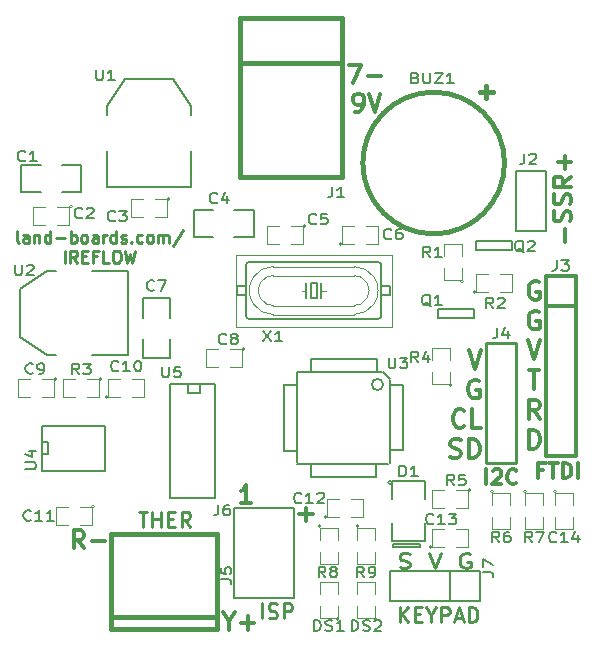
<source format=gto>
G04 (created by PCBNEW (2013-07-07 BZR 4022)-stable) date 12/31/2014 11:50:09 PM*
%MOIN*%
G04 Gerber Fmt 3.4, Leading zero omitted, Abs format*
%FSLAX34Y34*%
G01*
G70*
G90*
G04 APERTURE LIST*
%ADD10C,0.00590551*%
%ADD11C,0.01125*%
%ADD12C,0.00787402*%
%ADD13C,0.011811*%
%ADD14C,0.01*%
%ADD15C,0.006*%
%ADD16C,0.005*%
%ADD17C,0.008*%
%ADD18C,0.0039*%
%ADD19C,0.015*%
%ADD20C,0.0026*%
%ADD21C,0.002*%
%ADD22C,0.012*%
%ADD23C,0.0055*%
G04 APERTURE END LIST*
G54D10*
G54D11*
X4419Y-15122D02*
X4704Y-15122D01*
X4561Y-15622D02*
X4561Y-15122D01*
X4871Y-15622D02*
X4871Y-15122D01*
X4871Y-15360D02*
X5157Y-15360D01*
X5157Y-15622D02*
X5157Y-15122D01*
X5395Y-15360D02*
X5561Y-15360D01*
X5633Y-15622D02*
X5395Y-15622D01*
X5395Y-15122D01*
X5633Y-15122D01*
X6133Y-15622D02*
X5966Y-15384D01*
X5847Y-15622D02*
X5847Y-15122D01*
X6038Y-15122D01*
X6085Y-15146D01*
X6109Y-15170D01*
X6133Y-15217D01*
X6133Y-15289D01*
X6109Y-15336D01*
X6085Y-15360D01*
X6038Y-15384D01*
X5847Y-15384D01*
G54D12*
X13800Y-16300D02*
X13800Y-16200D01*
X12900Y-16300D02*
X13800Y-16300D01*
X12900Y-16200D02*
X12900Y-16300D01*
X13800Y-16200D02*
X12900Y-16200D01*
X12900Y-16200D02*
X13800Y-16200D01*
G54D13*
X9775Y-15214D02*
X10224Y-15214D01*
X10000Y-15439D02*
X10000Y-14989D01*
G54D11*
X13114Y-16978D02*
X13200Y-17002D01*
X13342Y-17002D01*
X13400Y-16978D01*
X13428Y-16954D01*
X13457Y-16907D01*
X13457Y-16859D01*
X13428Y-16811D01*
X13400Y-16788D01*
X13342Y-16764D01*
X13228Y-16740D01*
X13171Y-16716D01*
X13142Y-16692D01*
X13114Y-16645D01*
X13114Y-16597D01*
X13142Y-16550D01*
X13171Y-16526D01*
X13228Y-16502D01*
X13371Y-16502D01*
X13457Y-16526D01*
X14085Y-16502D02*
X14285Y-17002D01*
X14485Y-16502D01*
X15457Y-16526D02*
X15400Y-16502D01*
X15314Y-16502D01*
X15228Y-16526D01*
X15171Y-16573D01*
X15142Y-16621D01*
X15114Y-16716D01*
X15114Y-16788D01*
X15142Y-16883D01*
X15171Y-16930D01*
X15228Y-16978D01*
X15314Y-17002D01*
X15371Y-17002D01*
X15457Y-16978D01*
X15485Y-16954D01*
X15485Y-16788D01*
X15371Y-16788D01*
G54D13*
X15423Y-9727D02*
X15632Y-10352D01*
X15840Y-9727D01*
X15751Y-10750D02*
X15691Y-10721D01*
X15602Y-10721D01*
X15513Y-10750D01*
X15453Y-10810D01*
X15423Y-10869D01*
X15394Y-10988D01*
X15394Y-11078D01*
X15423Y-11197D01*
X15453Y-11256D01*
X15513Y-11316D01*
X15602Y-11346D01*
X15661Y-11346D01*
X15751Y-11316D01*
X15780Y-11286D01*
X15780Y-11078D01*
X15661Y-11078D01*
X15275Y-12279D02*
X15245Y-12309D01*
X15155Y-12339D01*
X15096Y-12339D01*
X15007Y-12309D01*
X14947Y-12249D01*
X14917Y-12190D01*
X14888Y-12071D01*
X14888Y-11982D01*
X14917Y-11863D01*
X14947Y-11803D01*
X15007Y-11743D01*
X15096Y-11714D01*
X15155Y-11714D01*
X15245Y-11743D01*
X15275Y-11773D01*
X15840Y-12339D02*
X15542Y-12339D01*
X15542Y-11714D01*
X14798Y-13302D02*
X14888Y-13332D01*
X15036Y-13332D01*
X15096Y-13302D01*
X15126Y-13272D01*
X15155Y-13213D01*
X15155Y-13153D01*
X15126Y-13094D01*
X15096Y-13064D01*
X15036Y-13034D01*
X14917Y-13004D01*
X14858Y-12975D01*
X14828Y-12945D01*
X14798Y-12885D01*
X14798Y-12826D01*
X14828Y-12766D01*
X14858Y-12737D01*
X14917Y-12707D01*
X15066Y-12707D01*
X15155Y-12737D01*
X15423Y-13332D02*
X15423Y-12707D01*
X15572Y-12707D01*
X15661Y-12737D01*
X15721Y-12796D01*
X15751Y-12856D01*
X15780Y-12975D01*
X15780Y-13064D01*
X15751Y-13183D01*
X15721Y-13243D01*
X15661Y-13302D01*
X15572Y-13332D01*
X15423Y-13332D01*
X8168Y-14839D02*
X7831Y-14839D01*
X8000Y-14839D02*
X8000Y-14248D01*
X7943Y-14332D01*
X7887Y-14389D01*
X7831Y-14417D01*
G54D11*
X8531Y-18682D02*
X8531Y-18182D01*
X8746Y-18658D02*
X8817Y-18682D01*
X8936Y-18682D01*
X8984Y-18658D01*
X9008Y-18634D01*
X9031Y-18587D01*
X9031Y-18539D01*
X9008Y-18491D01*
X8984Y-18468D01*
X8936Y-18444D01*
X8841Y-18420D01*
X8793Y-18396D01*
X8770Y-18372D01*
X8746Y-18325D01*
X8746Y-18277D01*
X8770Y-18230D01*
X8793Y-18206D01*
X8841Y-18182D01*
X8960Y-18182D01*
X9031Y-18206D01*
X9246Y-18682D02*
X9246Y-18182D01*
X9436Y-18182D01*
X9484Y-18206D01*
X9508Y-18230D01*
X9531Y-18277D01*
X9531Y-18349D01*
X9508Y-18396D01*
X9484Y-18420D01*
X9436Y-18444D01*
X9246Y-18444D01*
X13114Y-18802D02*
X13114Y-18302D01*
X13400Y-18802D02*
X13185Y-18516D01*
X13400Y-18302D02*
X13114Y-18588D01*
X13614Y-18540D02*
X13780Y-18540D01*
X13852Y-18802D02*
X13614Y-18802D01*
X13614Y-18302D01*
X13852Y-18302D01*
X14161Y-18564D02*
X14161Y-18802D01*
X13995Y-18302D02*
X14161Y-18564D01*
X14328Y-18302D01*
X14495Y-18802D02*
X14495Y-18302D01*
X14685Y-18302D01*
X14733Y-18326D01*
X14757Y-18350D01*
X14780Y-18397D01*
X14780Y-18469D01*
X14757Y-18516D01*
X14733Y-18540D01*
X14685Y-18564D01*
X14495Y-18564D01*
X14971Y-18659D02*
X15209Y-18659D01*
X14923Y-18802D02*
X15090Y-18302D01*
X15257Y-18802D01*
X15423Y-18802D02*
X15423Y-18302D01*
X15542Y-18302D01*
X15614Y-18326D01*
X15661Y-18373D01*
X15685Y-18421D01*
X15709Y-18516D01*
X15709Y-18588D01*
X15685Y-18683D01*
X15661Y-18730D01*
X15614Y-18778D01*
X15542Y-18802D01*
X15423Y-18802D01*
G54D13*
X18614Y-6148D02*
X18614Y-5698D01*
X18810Y-5445D02*
X18839Y-5360D01*
X18839Y-5220D01*
X18810Y-5164D01*
X18782Y-5135D01*
X18726Y-5107D01*
X18670Y-5107D01*
X18614Y-5135D01*
X18585Y-5164D01*
X18557Y-5220D01*
X18529Y-5332D01*
X18501Y-5388D01*
X18473Y-5417D01*
X18417Y-5445D01*
X18360Y-5445D01*
X18304Y-5417D01*
X18276Y-5388D01*
X18248Y-5332D01*
X18248Y-5192D01*
X18276Y-5107D01*
X18810Y-4882D02*
X18839Y-4798D01*
X18839Y-4657D01*
X18810Y-4601D01*
X18782Y-4573D01*
X18726Y-4545D01*
X18670Y-4545D01*
X18614Y-4573D01*
X18585Y-4601D01*
X18557Y-4657D01*
X18529Y-4770D01*
X18501Y-4826D01*
X18473Y-4854D01*
X18417Y-4882D01*
X18360Y-4882D01*
X18304Y-4854D01*
X18276Y-4826D01*
X18248Y-4770D01*
X18248Y-4629D01*
X18276Y-4545D01*
X18839Y-3954D02*
X18557Y-4151D01*
X18839Y-4292D02*
X18248Y-4292D01*
X18248Y-4067D01*
X18276Y-4011D01*
X18304Y-3982D01*
X18360Y-3954D01*
X18445Y-3954D01*
X18501Y-3982D01*
X18529Y-4011D01*
X18557Y-4067D01*
X18557Y-4292D01*
X18614Y-3701D02*
X18614Y-3251D01*
X18839Y-3476D02*
X18389Y-3476D01*
X11437Y-248D02*
X11831Y-248D01*
X11578Y-839D01*
X12056Y-614D02*
X12506Y-614D01*
X11634Y-1783D02*
X11746Y-1783D01*
X11803Y-1755D01*
X11831Y-1727D01*
X11887Y-1643D01*
X11915Y-1530D01*
X11915Y-1305D01*
X11887Y-1249D01*
X11859Y-1221D01*
X11803Y-1193D01*
X11690Y-1193D01*
X11634Y-1221D01*
X11606Y-1249D01*
X11578Y-1305D01*
X11578Y-1446D01*
X11606Y-1502D01*
X11634Y-1530D01*
X11690Y-1558D01*
X11803Y-1558D01*
X11859Y-1530D01*
X11887Y-1502D01*
X11915Y-1446D01*
X12084Y-1193D02*
X12281Y-1783D01*
X12478Y-1193D01*
G54D14*
X423Y-6161D02*
X385Y-6142D01*
X366Y-6104D01*
X366Y-5761D01*
X747Y-6161D02*
X747Y-5952D01*
X728Y-5914D01*
X690Y-5895D01*
X614Y-5895D01*
X576Y-5914D01*
X747Y-6142D02*
X709Y-6161D01*
X614Y-6161D01*
X576Y-6142D01*
X557Y-6104D01*
X557Y-6066D01*
X576Y-6028D01*
X614Y-6009D01*
X709Y-6009D01*
X747Y-5990D01*
X938Y-5895D02*
X938Y-6161D01*
X938Y-5933D02*
X957Y-5914D01*
X995Y-5895D01*
X1052Y-5895D01*
X1090Y-5914D01*
X1109Y-5952D01*
X1109Y-6161D01*
X1471Y-6161D02*
X1471Y-5761D01*
X1471Y-6142D02*
X1433Y-6161D01*
X1357Y-6161D01*
X1319Y-6142D01*
X1300Y-6123D01*
X1280Y-6085D01*
X1280Y-5971D01*
X1300Y-5933D01*
X1319Y-5914D01*
X1357Y-5895D01*
X1433Y-5895D01*
X1471Y-5914D01*
X1661Y-6009D02*
X1966Y-6009D01*
X2157Y-6161D02*
X2157Y-5761D01*
X2157Y-5914D02*
X2195Y-5895D01*
X2271Y-5895D01*
X2309Y-5914D01*
X2328Y-5933D01*
X2347Y-5971D01*
X2347Y-6085D01*
X2328Y-6123D01*
X2309Y-6142D01*
X2271Y-6161D01*
X2195Y-6161D01*
X2157Y-6142D01*
X2576Y-6161D02*
X2538Y-6142D01*
X2519Y-6123D01*
X2500Y-6085D01*
X2500Y-5971D01*
X2519Y-5933D01*
X2538Y-5914D01*
X2576Y-5895D01*
X2633Y-5895D01*
X2671Y-5914D01*
X2690Y-5933D01*
X2709Y-5971D01*
X2709Y-6085D01*
X2690Y-6123D01*
X2671Y-6142D01*
X2633Y-6161D01*
X2576Y-6161D01*
X3052Y-6161D02*
X3052Y-5952D01*
X3033Y-5914D01*
X2995Y-5895D01*
X2919Y-5895D01*
X2880Y-5914D01*
X3052Y-6142D02*
X3014Y-6161D01*
X2919Y-6161D01*
X2880Y-6142D01*
X2861Y-6104D01*
X2861Y-6066D01*
X2880Y-6028D01*
X2919Y-6009D01*
X3014Y-6009D01*
X3052Y-5990D01*
X3242Y-6161D02*
X3242Y-5895D01*
X3242Y-5971D02*
X3261Y-5933D01*
X3280Y-5914D01*
X3319Y-5895D01*
X3357Y-5895D01*
X3661Y-6161D02*
X3661Y-5761D01*
X3661Y-6142D02*
X3623Y-6161D01*
X3547Y-6161D01*
X3509Y-6142D01*
X3490Y-6123D01*
X3471Y-6085D01*
X3471Y-5971D01*
X3490Y-5933D01*
X3509Y-5914D01*
X3547Y-5895D01*
X3623Y-5895D01*
X3661Y-5914D01*
X3833Y-6142D02*
X3871Y-6161D01*
X3947Y-6161D01*
X3985Y-6142D01*
X4004Y-6104D01*
X4004Y-6085D01*
X3985Y-6047D01*
X3947Y-6028D01*
X3890Y-6028D01*
X3852Y-6009D01*
X3833Y-5971D01*
X3833Y-5952D01*
X3852Y-5914D01*
X3890Y-5895D01*
X3947Y-5895D01*
X3985Y-5914D01*
X4176Y-6123D02*
X4195Y-6142D01*
X4176Y-6161D01*
X4157Y-6142D01*
X4176Y-6123D01*
X4176Y-6161D01*
X4538Y-6142D02*
X4499Y-6161D01*
X4423Y-6161D01*
X4385Y-6142D01*
X4366Y-6123D01*
X4347Y-6085D01*
X4347Y-5971D01*
X4366Y-5933D01*
X4385Y-5914D01*
X4423Y-5895D01*
X4499Y-5895D01*
X4538Y-5914D01*
X4766Y-6161D02*
X4728Y-6142D01*
X4709Y-6123D01*
X4690Y-6085D01*
X4690Y-5971D01*
X4709Y-5933D01*
X4728Y-5914D01*
X4766Y-5895D01*
X4823Y-5895D01*
X4861Y-5914D01*
X4880Y-5933D01*
X4899Y-5971D01*
X4899Y-6085D01*
X4880Y-6123D01*
X4861Y-6142D01*
X4823Y-6161D01*
X4766Y-6161D01*
X5071Y-6161D02*
X5071Y-5895D01*
X5071Y-5933D02*
X5090Y-5914D01*
X5128Y-5895D01*
X5185Y-5895D01*
X5223Y-5914D01*
X5242Y-5952D01*
X5242Y-6161D01*
X5242Y-5952D02*
X5261Y-5914D01*
X5299Y-5895D01*
X5357Y-5895D01*
X5395Y-5914D01*
X5414Y-5952D01*
X5414Y-6161D01*
X5890Y-5742D02*
X5547Y-6257D01*
X1947Y-6821D02*
X1947Y-6421D01*
X2366Y-6821D02*
X2233Y-6631D01*
X2138Y-6821D02*
X2138Y-6421D01*
X2290Y-6421D01*
X2328Y-6440D01*
X2347Y-6460D01*
X2366Y-6498D01*
X2366Y-6555D01*
X2347Y-6593D01*
X2328Y-6612D01*
X2290Y-6631D01*
X2138Y-6631D01*
X2538Y-6612D02*
X2671Y-6612D01*
X2728Y-6821D02*
X2538Y-6821D01*
X2538Y-6421D01*
X2728Y-6421D01*
X3033Y-6612D02*
X2900Y-6612D01*
X2900Y-6821D02*
X2900Y-6421D01*
X3090Y-6421D01*
X3433Y-6821D02*
X3242Y-6821D01*
X3242Y-6421D01*
X3642Y-6421D02*
X3719Y-6421D01*
X3757Y-6440D01*
X3795Y-6479D01*
X3814Y-6555D01*
X3814Y-6688D01*
X3795Y-6764D01*
X3757Y-6802D01*
X3719Y-6821D01*
X3642Y-6821D01*
X3604Y-6802D01*
X3566Y-6764D01*
X3547Y-6688D01*
X3547Y-6555D01*
X3566Y-6479D01*
X3604Y-6440D01*
X3642Y-6421D01*
X3947Y-6421D02*
X4042Y-6821D01*
X4119Y-6536D01*
X4195Y-6821D01*
X4290Y-6421D01*
G54D13*
X17911Y-13740D02*
X17745Y-13740D01*
X17745Y-14002D02*
X17745Y-13502D01*
X17983Y-13502D01*
X18102Y-13502D02*
X18388Y-13502D01*
X18245Y-14002D02*
X18245Y-13502D01*
X18554Y-14002D02*
X18554Y-13502D01*
X18673Y-13502D01*
X18745Y-13526D01*
X18792Y-13573D01*
X18816Y-13621D01*
X18840Y-13716D01*
X18840Y-13788D01*
X18816Y-13883D01*
X18792Y-13930D01*
X18745Y-13978D01*
X18673Y-14002D01*
X18554Y-14002D01*
X19054Y-14002D02*
X19054Y-13502D01*
X16011Y-14202D02*
X16011Y-13702D01*
X16226Y-13750D02*
X16250Y-13726D01*
X16297Y-13702D01*
X16416Y-13702D01*
X16464Y-13726D01*
X16488Y-13750D01*
X16511Y-13797D01*
X16511Y-13845D01*
X16488Y-13916D01*
X16202Y-14202D01*
X16511Y-14202D01*
X17011Y-14154D02*
X16988Y-14178D01*
X16916Y-14202D01*
X16869Y-14202D01*
X16797Y-14178D01*
X16750Y-14130D01*
X16726Y-14083D01*
X16702Y-13988D01*
X16702Y-13916D01*
X16726Y-13821D01*
X16750Y-13773D01*
X16797Y-13726D01*
X16869Y-13702D01*
X16916Y-13702D01*
X16988Y-13726D01*
X17011Y-13750D01*
X2597Y-16339D02*
X2400Y-16057D01*
X2259Y-16339D02*
X2259Y-15748D01*
X2484Y-15748D01*
X2540Y-15776D01*
X2569Y-15804D01*
X2597Y-15860D01*
X2597Y-15945D01*
X2569Y-16001D01*
X2540Y-16029D01*
X2484Y-16057D01*
X2259Y-16057D01*
X2850Y-16114D02*
X3300Y-16114D01*
X7434Y-18777D02*
X7434Y-19059D01*
X7237Y-18468D02*
X7434Y-18777D01*
X7631Y-18468D01*
X7828Y-18834D02*
X8278Y-18834D01*
X8053Y-19059D02*
X8053Y-18609D01*
X17754Y-7457D02*
X17698Y-7427D01*
X17614Y-7427D01*
X17529Y-7457D01*
X17473Y-7517D01*
X17445Y-7576D01*
X17417Y-7695D01*
X17417Y-7785D01*
X17445Y-7904D01*
X17473Y-7963D01*
X17529Y-8023D01*
X17614Y-8052D01*
X17670Y-8052D01*
X17754Y-8023D01*
X17782Y-7993D01*
X17782Y-7785D01*
X17670Y-7785D01*
X17754Y-8450D02*
X17698Y-8421D01*
X17614Y-8421D01*
X17529Y-8450D01*
X17473Y-8510D01*
X17445Y-8569D01*
X17417Y-8688D01*
X17417Y-8778D01*
X17445Y-8897D01*
X17473Y-8956D01*
X17529Y-9016D01*
X17614Y-9046D01*
X17670Y-9046D01*
X17754Y-9016D01*
X17782Y-8986D01*
X17782Y-8778D01*
X17670Y-8778D01*
X17403Y-9414D02*
X17600Y-10039D01*
X17796Y-9414D01*
X17431Y-10407D02*
X17768Y-10407D01*
X17600Y-11032D02*
X17600Y-10407D01*
X17782Y-12025D02*
X17585Y-11727D01*
X17445Y-12025D02*
X17445Y-11400D01*
X17670Y-11400D01*
X17726Y-11430D01*
X17754Y-11459D01*
X17782Y-11519D01*
X17782Y-11608D01*
X17754Y-11668D01*
X17726Y-11698D01*
X17670Y-11727D01*
X17445Y-11727D01*
X17445Y-13018D02*
X17445Y-12393D01*
X17585Y-12393D01*
X17670Y-12423D01*
X17726Y-12482D01*
X17754Y-12542D01*
X17782Y-12661D01*
X17782Y-12750D01*
X17754Y-12869D01*
X17726Y-12929D01*
X17670Y-12988D01*
X17585Y-13018D01*
X17445Y-13018D01*
G54D15*
X10160Y-13980D02*
X10160Y-13530D01*
X12340Y-13980D02*
X12340Y-13540D01*
X10160Y-13980D02*
X12340Y-13980D01*
X9690Y-13100D02*
X9260Y-13100D01*
X9680Y-10890D02*
X9260Y-10890D01*
X9260Y-10880D02*
X9250Y-13100D01*
X13230Y-10900D02*
X13240Y-13070D01*
X12540Y-10470D02*
X9710Y-10470D01*
X13230Y-13080D02*
X12820Y-13080D01*
X12780Y-10720D02*
X12780Y-13500D01*
X9700Y-13520D02*
X12740Y-13520D01*
X9700Y-10470D02*
X9700Y-13470D01*
X12370Y-10020D02*
X10150Y-10020D01*
X10150Y-10020D02*
X10150Y-10470D01*
X12550Y-10474D02*
X12780Y-10704D01*
X12370Y-10022D02*
X12370Y-10474D01*
X12780Y-10900D02*
X13232Y-10900D01*
X12564Y-10882D02*
G75*
G03X12564Y-10882I-188J0D01*
G74*
G01*
G54D16*
X15600Y-8650D02*
X14400Y-8650D01*
X14400Y-8650D02*
X14400Y-8350D01*
X14400Y-8350D02*
X15600Y-8350D01*
X15600Y-8350D02*
X15600Y-8650D01*
G54D17*
X2850Y-9900D02*
X4050Y-9900D01*
X4050Y-9900D02*
X4050Y-7100D01*
X4050Y-7100D02*
X2850Y-7100D01*
X1650Y-9900D02*
X1350Y-9900D01*
X1350Y-9900D02*
X450Y-9300D01*
X450Y-9300D02*
X450Y-7700D01*
X450Y-7700D02*
X1350Y-7100D01*
X1350Y-7100D02*
X1650Y-7100D01*
X3350Y-3100D02*
X3350Y-4300D01*
X3350Y-4300D02*
X6150Y-4300D01*
X6150Y-4300D02*
X6150Y-3100D01*
X3350Y-1900D02*
X3350Y-1600D01*
X3350Y-1600D02*
X3950Y-700D01*
X3950Y-700D02*
X5550Y-700D01*
X5550Y-700D02*
X6150Y-1600D01*
X6150Y-1600D02*
X6150Y-1900D01*
G54D18*
X10700Y-15300D02*
G75*
G03X10700Y-15300I-50J0D01*
G74*
G01*
X11100Y-15300D02*
X10700Y-15300D01*
X10700Y-15300D02*
X10700Y-14700D01*
X10700Y-14700D02*
X11100Y-14700D01*
X11500Y-14700D02*
X11900Y-14700D01*
X11900Y-14700D02*
X11900Y-15300D01*
X11900Y-15300D02*
X11500Y-15300D01*
X10000Y-5600D02*
G75*
G03X10000Y-5600I-50J0D01*
G74*
G01*
X9500Y-5600D02*
X9900Y-5600D01*
X9900Y-5600D02*
X9900Y-6200D01*
X9900Y-6200D02*
X9500Y-6200D01*
X9100Y-6200D02*
X8700Y-6200D01*
X8700Y-6200D02*
X8700Y-5600D01*
X8700Y-5600D02*
X9100Y-5600D01*
X15250Y-7450D02*
G75*
G03X15250Y-7450I-50J0D01*
G74*
G01*
X15200Y-7000D02*
X15200Y-7400D01*
X15200Y-7400D02*
X14600Y-7400D01*
X14600Y-7400D02*
X14600Y-7000D01*
X14600Y-6600D02*
X14600Y-6200D01*
X14600Y-6200D02*
X15200Y-6200D01*
X15200Y-6200D02*
X15200Y-6600D01*
X11200Y-6200D02*
G75*
G03X11200Y-6200I-50J0D01*
G74*
G01*
X11600Y-6200D02*
X11200Y-6200D01*
X11200Y-6200D02*
X11200Y-5600D01*
X11200Y-5600D02*
X11600Y-5600D01*
X12000Y-5600D02*
X12400Y-5600D01*
X12400Y-5600D02*
X12400Y-6200D01*
X12400Y-6200D02*
X12000Y-6200D01*
X5450Y-4700D02*
G75*
G03X5450Y-4700I-50J0D01*
G74*
G01*
X4950Y-4700D02*
X5350Y-4700D01*
X5350Y-4700D02*
X5350Y-5300D01*
X5350Y-5300D02*
X4950Y-5300D01*
X4550Y-5300D02*
X4150Y-5300D01*
X4150Y-5300D02*
X4150Y-4700D01*
X4150Y-4700D02*
X4550Y-4700D01*
X2200Y-4950D02*
G75*
G03X2200Y-4950I-50J0D01*
G74*
G01*
X1700Y-4950D02*
X2100Y-4950D01*
X2100Y-4950D02*
X2100Y-5550D01*
X2100Y-5550D02*
X1700Y-5550D01*
X1300Y-5550D02*
X900Y-5550D01*
X900Y-5550D02*
X900Y-4950D01*
X900Y-4950D02*
X1300Y-4950D01*
X3400Y-11300D02*
G75*
G03X3400Y-11300I-50J0D01*
G74*
G01*
X3800Y-11300D02*
X3400Y-11300D01*
X3400Y-11300D02*
X3400Y-10700D01*
X3400Y-10700D02*
X3800Y-10700D01*
X4200Y-10700D02*
X4600Y-10700D01*
X4600Y-10700D02*
X4600Y-11300D01*
X4600Y-11300D02*
X4200Y-11300D01*
X11750Y-15600D02*
G75*
G03X11750Y-15600I-50J0D01*
G74*
G01*
X11700Y-16050D02*
X11700Y-15650D01*
X11700Y-15650D02*
X12300Y-15650D01*
X12300Y-15650D02*
X12300Y-16050D01*
X12300Y-16450D02*
X12300Y-16850D01*
X12300Y-16850D02*
X11700Y-16850D01*
X11700Y-16850D02*
X11700Y-16450D01*
X15500Y-14400D02*
G75*
G03X15500Y-14400I-50J0D01*
G74*
G01*
X15000Y-14400D02*
X15400Y-14400D01*
X15400Y-14400D02*
X15400Y-15000D01*
X15400Y-15000D02*
X15000Y-15000D01*
X14600Y-15000D02*
X14200Y-15000D01*
X14200Y-15000D02*
X14200Y-14400D01*
X14200Y-14400D02*
X14600Y-14400D01*
X7950Y-9700D02*
G75*
G03X7950Y-9700I-50J0D01*
G74*
G01*
X7450Y-9700D02*
X7850Y-9700D01*
X7850Y-9700D02*
X7850Y-10300D01*
X7850Y-10300D02*
X7450Y-10300D01*
X7050Y-10300D02*
X6650Y-10300D01*
X6650Y-10300D02*
X6650Y-9700D01*
X6650Y-9700D02*
X7050Y-9700D01*
X14200Y-16300D02*
G75*
G03X14200Y-16300I-50J0D01*
G74*
G01*
X14600Y-16300D02*
X14200Y-16300D01*
X14200Y-16300D02*
X14200Y-15700D01*
X14200Y-15700D02*
X14600Y-15700D01*
X15000Y-15700D02*
X15400Y-15700D01*
X15400Y-15700D02*
X15400Y-16300D01*
X15400Y-16300D02*
X15000Y-16300D01*
X11100Y-18700D02*
G75*
G03X11100Y-18700I-50J0D01*
G74*
G01*
X11050Y-18250D02*
X11050Y-18650D01*
X11050Y-18650D02*
X10450Y-18650D01*
X10450Y-18650D02*
X10450Y-18250D01*
X10450Y-17850D02*
X10450Y-17450D01*
X10450Y-17450D02*
X11050Y-17450D01*
X11050Y-17450D02*
X11050Y-17850D01*
X10500Y-15600D02*
G75*
G03X10500Y-15600I-50J0D01*
G74*
G01*
X10450Y-16050D02*
X10450Y-15650D01*
X10450Y-15650D02*
X11050Y-15650D01*
X11050Y-15650D02*
X11050Y-16050D01*
X11050Y-16450D02*
X11050Y-16850D01*
X11050Y-16850D02*
X10450Y-16850D01*
X10450Y-16850D02*
X10450Y-16450D01*
X14850Y-10900D02*
G75*
G03X14850Y-10900I-50J0D01*
G74*
G01*
X14800Y-10450D02*
X14800Y-10850D01*
X14800Y-10850D02*
X14200Y-10850D01*
X14200Y-10850D02*
X14200Y-10450D01*
X14200Y-10050D02*
X14200Y-9650D01*
X14200Y-9650D02*
X14800Y-9650D01*
X14800Y-9650D02*
X14800Y-10050D01*
G54D19*
X15982Y-940D02*
X15982Y-1334D01*
X16218Y-1137D02*
X15785Y-1137D01*
X16612Y-3500D02*
G75*
G03X16612Y-3500I-2362J0D01*
G74*
G01*
G54D20*
X7650Y-8950D02*
X12850Y-8950D01*
X12850Y-8950D02*
X12850Y-6550D01*
X7650Y-6550D02*
X12850Y-6550D01*
X7650Y-8950D02*
X7650Y-6550D01*
G54D15*
X8000Y-7300D02*
X8000Y-6900D01*
X12500Y-7300D02*
X12500Y-6900D01*
G54D21*
X11600Y-8250D02*
X8900Y-8250D01*
X11600Y-8550D02*
X8900Y-8550D01*
X8900Y-7250D02*
X11600Y-7250D01*
G54D15*
X12400Y-8700D02*
X8100Y-8700D01*
X12500Y-7900D02*
X12800Y-7900D01*
X12500Y-7600D02*
X12800Y-7600D01*
X12800Y-7900D02*
X12800Y-7600D01*
X12500Y-8200D02*
X12500Y-7300D01*
X12500Y-8600D02*
X12500Y-8200D01*
X7700Y-7900D02*
X7700Y-7600D01*
X8000Y-8200D02*
X8000Y-7900D01*
X8000Y-7900D02*
X8000Y-7600D01*
X8000Y-7600D02*
X8000Y-7300D01*
X8000Y-8600D02*
X8000Y-8200D01*
X8000Y-7900D02*
X7700Y-7900D01*
X8000Y-7600D02*
X7700Y-7600D01*
G54D21*
X8900Y-6950D02*
X11600Y-6950D01*
G54D15*
X12400Y-6800D02*
X8100Y-6800D01*
X10150Y-7500D02*
X10150Y-8000D01*
X10150Y-8000D02*
X10350Y-8000D01*
X10350Y-8000D02*
X10350Y-7500D01*
X10350Y-7500D02*
X10150Y-7500D01*
X10000Y-7500D02*
X10000Y-7750D01*
X10000Y-7750D02*
X10000Y-8000D01*
G54D21*
X10000Y-7750D02*
X9850Y-7750D01*
G54D15*
X10500Y-7500D02*
X10500Y-7750D01*
X10500Y-7750D02*
X10500Y-8000D01*
G54D21*
X10500Y-7750D02*
X10650Y-7750D01*
X8899Y-6949D02*
G75*
G03X8238Y-7300I1J-800D01*
G74*
G01*
X12260Y-7299D02*
G75*
G03X11600Y-6950I-660J-450D01*
G74*
G01*
G54D15*
X12400Y-8700D02*
G75*
G03X12500Y-8600I0J100D01*
G74*
G01*
G54D21*
X11599Y-8249D02*
G75*
G03X11816Y-8200I0J499D01*
G74*
G01*
X11817Y-7299D02*
G75*
G03X11600Y-7250I-217J-450D01*
G74*
G01*
X11601Y-8549D02*
G75*
G03X12261Y-8198I-2J799D01*
G74*
G01*
X11819Y-8199D02*
G75*
G03X11816Y-7299I-219J449D01*
G74*
G01*
X12261Y-8199D02*
G75*
G03X12261Y-7300I-661J449D01*
G74*
G01*
X8239Y-8200D02*
G75*
G03X8900Y-8550I660J450D01*
G74*
G01*
X8680Y-7300D02*
G75*
G03X8683Y-8200I219J-449D01*
G74*
G01*
X8682Y-8200D02*
G75*
G03X8900Y-8250I217J450D01*
G74*
G01*
X8900Y-7250D02*
G75*
G03X8683Y-7299I0J-499D01*
G74*
G01*
X8238Y-7300D02*
G75*
G03X8238Y-8199I661J-449D01*
G74*
G01*
G54D15*
X8000Y-8600D02*
G75*
G03X8100Y-8700I100J0D01*
G74*
G01*
X12500Y-6900D02*
G75*
G03X12400Y-6800I-100J0D01*
G74*
G01*
X8100Y-6800D02*
G75*
G03X8000Y-6900I0J-100D01*
G74*
G01*
G54D18*
X2950Y-14950D02*
G75*
G03X2950Y-14950I-50J0D01*
G74*
G01*
X2450Y-14950D02*
X2850Y-14950D01*
X2850Y-14950D02*
X2850Y-15550D01*
X2850Y-15550D02*
X2450Y-15550D01*
X2050Y-15550D02*
X1650Y-15550D01*
X1650Y-15550D02*
X1650Y-14950D01*
X1650Y-14950D02*
X2050Y-14950D01*
X1700Y-10700D02*
G75*
G03X1700Y-10700I-50J0D01*
G74*
G01*
X1200Y-10700D02*
X1600Y-10700D01*
X1600Y-10700D02*
X1600Y-11300D01*
X1600Y-11300D02*
X1200Y-11300D01*
X800Y-11300D02*
X400Y-11300D01*
X400Y-11300D02*
X400Y-10700D01*
X400Y-10700D02*
X800Y-10700D01*
X3200Y-10700D02*
G75*
G03X3200Y-10700I-50J0D01*
G74*
G01*
X2700Y-10700D02*
X3100Y-10700D01*
X3100Y-10700D02*
X3100Y-11300D01*
X3100Y-11300D02*
X2700Y-11300D01*
X2300Y-11300D02*
X1900Y-11300D01*
X1900Y-11300D02*
X1900Y-10700D01*
X1900Y-10700D02*
X2300Y-10700D01*
G54D19*
X7037Y-19021D02*
X7037Y-15872D01*
X3494Y-19021D02*
X3494Y-15872D01*
X7037Y-15872D02*
X3494Y-15872D01*
X7037Y-18627D02*
X3494Y-18627D01*
X7037Y-19021D02*
X3494Y-19021D01*
G54D15*
X15800Y-17100D02*
X15800Y-18100D01*
X15800Y-18100D02*
X12800Y-18100D01*
X12800Y-18100D02*
X12800Y-17100D01*
X12800Y-17100D02*
X15800Y-17100D01*
X14800Y-18100D02*
X14800Y-17100D01*
G54D19*
X11200Y1050D02*
X11200Y1350D01*
X11200Y1350D02*
X7800Y1350D01*
X7800Y1350D02*
X7800Y1050D01*
X11200Y-150D02*
X7800Y-150D01*
X11200Y-3950D02*
X7800Y-3950D01*
X7800Y1050D02*
X7800Y-3950D01*
X11200Y1050D02*
X11200Y-3950D01*
G54D16*
X6250Y-5050D02*
X6250Y-5950D01*
X6250Y-5950D02*
X6900Y-5950D01*
X7600Y-5050D02*
X8250Y-5050D01*
X8250Y-5050D02*
X8250Y-5950D01*
X8250Y-5950D02*
X7600Y-5950D01*
X6900Y-5050D02*
X6250Y-5050D01*
X2500Y-4450D02*
X2500Y-3550D01*
X2500Y-3550D02*
X1850Y-3550D01*
X1150Y-4450D02*
X500Y-4450D01*
X500Y-4450D02*
X500Y-3550D01*
X500Y-3550D02*
X1150Y-3550D01*
X1850Y-4450D02*
X2500Y-4450D01*
X5450Y-8000D02*
X4550Y-8000D01*
X4550Y-8000D02*
X4550Y-8650D01*
X5450Y-9350D02*
X5450Y-10000D01*
X5450Y-10000D02*
X4550Y-10000D01*
X4550Y-10000D02*
X4550Y-9350D01*
X5450Y-8650D02*
X5450Y-8000D01*
X1200Y-13700D02*
X1200Y-13750D01*
X1200Y-13750D02*
X3300Y-13750D01*
X3300Y-12250D02*
X1200Y-12250D01*
X1200Y-12250D02*
X1200Y-13700D01*
X1200Y-12800D02*
X1400Y-12800D01*
X1400Y-12800D02*
X1400Y-13200D01*
X1400Y-13200D02*
X1200Y-13200D01*
X3300Y-12250D02*
X3300Y-13750D01*
X16850Y-6400D02*
X15650Y-6400D01*
X15650Y-6400D02*
X15650Y-6100D01*
X15650Y-6100D02*
X16850Y-6100D01*
X16850Y-6100D02*
X16850Y-6400D01*
G54D18*
X15650Y-7800D02*
G75*
G03X15650Y-7800I-50J0D01*
G74*
G01*
X16050Y-7800D02*
X15650Y-7800D01*
X15650Y-7800D02*
X15650Y-7200D01*
X15650Y-7200D02*
X16050Y-7200D01*
X16450Y-7200D02*
X16850Y-7200D01*
X16850Y-7200D02*
X16850Y-7800D01*
X16850Y-7800D02*
X16450Y-7800D01*
G54D15*
X17000Y-3750D02*
X18000Y-3750D01*
X18000Y-3750D02*
X18000Y-5750D01*
X18000Y-5750D02*
X17000Y-5750D01*
X17000Y-5750D02*
X17000Y-3750D01*
G54D17*
X7600Y-18000D02*
X7600Y-15000D01*
X9600Y-15000D02*
X9600Y-18000D01*
X9600Y-18000D02*
X7600Y-18000D01*
X7600Y-15000D02*
X9600Y-15000D01*
G54D14*
X16000Y-13500D02*
X16000Y-9500D01*
X17000Y-13500D02*
X17000Y-9500D01*
X17000Y-9500D02*
X16000Y-9500D01*
X16000Y-13500D02*
X17000Y-13500D01*
G54D22*
X18000Y-7250D02*
X19000Y-7250D01*
X19000Y-7250D02*
X19000Y-13250D01*
X19000Y-13250D02*
X18000Y-13250D01*
X18000Y-13250D02*
X18000Y-7250D01*
X18000Y-8250D02*
X19000Y-8250D01*
G54D17*
X6950Y-10850D02*
X6950Y-14650D01*
X6950Y-14650D02*
X5450Y-14650D01*
X5450Y-14650D02*
X5450Y-10850D01*
X5450Y-10850D02*
X6950Y-10850D01*
X6450Y-10850D02*
X6450Y-11150D01*
X6450Y-11150D02*
X6050Y-11150D01*
X6050Y-11150D02*
X6050Y-10850D01*
G54D18*
X17350Y-14450D02*
G75*
G03X17350Y-14450I-50J0D01*
G74*
G01*
X17300Y-14900D02*
X17300Y-14500D01*
X17300Y-14500D02*
X17900Y-14500D01*
X17900Y-14500D02*
X17900Y-14900D01*
X17900Y-15300D02*
X17900Y-15700D01*
X17900Y-15700D02*
X17300Y-15700D01*
X17300Y-15700D02*
X17300Y-15300D01*
X16250Y-14450D02*
G75*
G03X16250Y-14450I-50J0D01*
G74*
G01*
X16200Y-14900D02*
X16200Y-14500D01*
X16200Y-14500D02*
X16800Y-14500D01*
X16800Y-14500D02*
X16800Y-14900D01*
X16800Y-15300D02*
X16800Y-15700D01*
X16800Y-15700D02*
X16200Y-15700D01*
X16200Y-15700D02*
X16200Y-15300D01*
G54D16*
X12870Y-14150D02*
G75*
G03X12870Y-14150I-70J0D01*
G74*
G01*
X13950Y-14700D02*
X13950Y-14100D01*
X13950Y-14100D02*
X12850Y-14100D01*
X12850Y-14100D02*
X12850Y-14700D01*
X12850Y-15500D02*
X12850Y-16100D01*
X12850Y-16100D02*
X13950Y-16100D01*
X13950Y-16100D02*
X13950Y-15500D01*
G54D18*
X18350Y-14450D02*
G75*
G03X18350Y-14450I-50J0D01*
G74*
G01*
X18300Y-14900D02*
X18300Y-14500D01*
X18300Y-14500D02*
X18900Y-14500D01*
X18900Y-14500D02*
X18900Y-14900D01*
X18900Y-15300D02*
X18900Y-15700D01*
X18900Y-15700D02*
X18300Y-15700D01*
X18300Y-15700D02*
X18300Y-15300D01*
X12350Y-18700D02*
G75*
G03X12350Y-18700I-50J0D01*
G74*
G01*
X12300Y-18250D02*
X12300Y-18650D01*
X12300Y-18650D02*
X11700Y-18650D01*
X11700Y-18650D02*
X11700Y-18250D01*
X11700Y-17850D02*
X11700Y-17450D01*
X11700Y-17450D02*
X12300Y-17450D01*
X12300Y-17450D02*
X12300Y-17850D01*
G54D23*
X12746Y-9986D02*
X12746Y-10270D01*
X12765Y-10303D01*
X12784Y-10320D01*
X12823Y-10336D01*
X12899Y-10336D01*
X12937Y-10320D01*
X12956Y-10303D01*
X12975Y-10270D01*
X12975Y-9986D01*
X13127Y-9986D02*
X13375Y-9986D01*
X13242Y-10120D01*
X13299Y-10120D01*
X13337Y-10136D01*
X13356Y-10153D01*
X13375Y-10186D01*
X13375Y-10270D01*
X13356Y-10303D01*
X13337Y-10320D01*
X13299Y-10336D01*
X13184Y-10336D01*
X13146Y-10320D01*
X13127Y-10303D01*
X14161Y-8275D02*
X14123Y-8258D01*
X14085Y-8225D01*
X14028Y-8175D01*
X13990Y-8158D01*
X13952Y-8158D01*
X13971Y-8241D02*
X13933Y-8225D01*
X13895Y-8191D01*
X13876Y-8125D01*
X13876Y-8008D01*
X13895Y-7941D01*
X13933Y-7908D01*
X13971Y-7891D01*
X14047Y-7891D01*
X14085Y-7908D01*
X14123Y-7941D01*
X14142Y-8008D01*
X14142Y-8125D01*
X14123Y-8191D01*
X14085Y-8225D01*
X14047Y-8241D01*
X13971Y-8241D01*
X14523Y-8241D02*
X14295Y-8241D01*
X14409Y-8241D02*
X14409Y-7891D01*
X14371Y-7941D01*
X14333Y-7975D01*
X14295Y-7991D01*
X295Y-6891D02*
X295Y-7175D01*
X314Y-7208D01*
X333Y-7225D01*
X371Y-7241D01*
X447Y-7241D01*
X485Y-7225D01*
X504Y-7208D01*
X523Y-7175D01*
X523Y-6891D01*
X695Y-6925D02*
X714Y-6908D01*
X752Y-6891D01*
X847Y-6891D01*
X885Y-6908D01*
X904Y-6925D01*
X923Y-6958D01*
X923Y-6991D01*
X904Y-7041D01*
X676Y-7241D01*
X923Y-7241D01*
X2995Y-391D02*
X2995Y-675D01*
X3014Y-708D01*
X3033Y-725D01*
X3071Y-741D01*
X3147Y-741D01*
X3185Y-725D01*
X3204Y-708D01*
X3223Y-675D01*
X3223Y-391D01*
X3623Y-741D02*
X3395Y-741D01*
X3509Y-741D02*
X3509Y-391D01*
X3471Y-441D01*
X3433Y-475D01*
X3395Y-491D01*
X9842Y-14808D02*
X9823Y-14825D01*
X9766Y-14841D01*
X9728Y-14841D01*
X9671Y-14825D01*
X9633Y-14791D01*
X9614Y-14758D01*
X9595Y-14691D01*
X9595Y-14641D01*
X9614Y-14575D01*
X9633Y-14541D01*
X9671Y-14508D01*
X9728Y-14491D01*
X9766Y-14491D01*
X9823Y-14508D01*
X9842Y-14525D01*
X10223Y-14841D02*
X9995Y-14841D01*
X10109Y-14841D02*
X10109Y-14491D01*
X10071Y-14541D01*
X10033Y-14575D01*
X9995Y-14591D01*
X10376Y-14525D02*
X10395Y-14508D01*
X10433Y-14491D01*
X10528Y-14491D01*
X10566Y-14508D01*
X10585Y-14525D01*
X10604Y-14558D01*
X10604Y-14591D01*
X10585Y-14641D01*
X10357Y-14841D01*
X10604Y-14841D01*
X10333Y-5508D02*
X10314Y-5525D01*
X10257Y-5541D01*
X10219Y-5541D01*
X10161Y-5525D01*
X10123Y-5491D01*
X10104Y-5458D01*
X10085Y-5391D01*
X10085Y-5341D01*
X10104Y-5275D01*
X10123Y-5241D01*
X10161Y-5208D01*
X10219Y-5191D01*
X10257Y-5191D01*
X10314Y-5208D01*
X10333Y-5225D01*
X10695Y-5191D02*
X10504Y-5191D01*
X10485Y-5358D01*
X10504Y-5341D01*
X10542Y-5325D01*
X10638Y-5325D01*
X10676Y-5341D01*
X10695Y-5358D01*
X10714Y-5391D01*
X10714Y-5475D01*
X10695Y-5508D01*
X10676Y-5525D01*
X10638Y-5541D01*
X10542Y-5541D01*
X10504Y-5525D01*
X10485Y-5508D01*
X14133Y-6641D02*
X14000Y-6475D01*
X13904Y-6641D02*
X13904Y-6291D01*
X14057Y-6291D01*
X14095Y-6308D01*
X14114Y-6325D01*
X14133Y-6358D01*
X14133Y-6408D01*
X14114Y-6441D01*
X14095Y-6458D01*
X14057Y-6475D01*
X13904Y-6475D01*
X14514Y-6641D02*
X14285Y-6641D01*
X14400Y-6641D02*
X14400Y-6291D01*
X14361Y-6341D01*
X14323Y-6375D01*
X14285Y-6391D01*
X12833Y-6008D02*
X12814Y-6025D01*
X12757Y-6041D01*
X12719Y-6041D01*
X12661Y-6025D01*
X12623Y-5991D01*
X12604Y-5958D01*
X12585Y-5891D01*
X12585Y-5841D01*
X12604Y-5775D01*
X12623Y-5741D01*
X12661Y-5708D01*
X12719Y-5691D01*
X12757Y-5691D01*
X12814Y-5708D01*
X12833Y-5725D01*
X13176Y-5691D02*
X13100Y-5691D01*
X13061Y-5708D01*
X13042Y-5725D01*
X13004Y-5775D01*
X12985Y-5841D01*
X12985Y-5975D01*
X13004Y-6008D01*
X13023Y-6025D01*
X13061Y-6041D01*
X13138Y-6041D01*
X13176Y-6025D01*
X13195Y-6008D01*
X13214Y-5975D01*
X13214Y-5891D01*
X13195Y-5858D01*
X13176Y-5841D01*
X13138Y-5825D01*
X13061Y-5825D01*
X13023Y-5841D01*
X13004Y-5858D01*
X12985Y-5891D01*
X3633Y-5408D02*
X3614Y-5425D01*
X3557Y-5441D01*
X3519Y-5441D01*
X3461Y-5425D01*
X3423Y-5391D01*
X3404Y-5358D01*
X3385Y-5291D01*
X3385Y-5241D01*
X3404Y-5175D01*
X3423Y-5141D01*
X3461Y-5108D01*
X3519Y-5091D01*
X3557Y-5091D01*
X3614Y-5108D01*
X3633Y-5125D01*
X3766Y-5091D02*
X4014Y-5091D01*
X3880Y-5225D01*
X3938Y-5225D01*
X3976Y-5241D01*
X3995Y-5258D01*
X4014Y-5291D01*
X4014Y-5375D01*
X3995Y-5408D01*
X3976Y-5425D01*
X3938Y-5441D01*
X3823Y-5441D01*
X3785Y-5425D01*
X3766Y-5408D01*
X2533Y-5308D02*
X2514Y-5325D01*
X2457Y-5341D01*
X2419Y-5341D01*
X2361Y-5325D01*
X2323Y-5291D01*
X2304Y-5258D01*
X2285Y-5191D01*
X2285Y-5141D01*
X2304Y-5075D01*
X2323Y-5041D01*
X2361Y-5008D01*
X2419Y-4991D01*
X2457Y-4991D01*
X2514Y-5008D01*
X2533Y-5025D01*
X2685Y-5025D02*
X2704Y-5008D01*
X2742Y-4991D01*
X2838Y-4991D01*
X2876Y-5008D01*
X2895Y-5025D01*
X2914Y-5058D01*
X2914Y-5091D01*
X2895Y-5141D01*
X2666Y-5341D01*
X2914Y-5341D01*
X3742Y-10408D02*
X3723Y-10425D01*
X3666Y-10441D01*
X3628Y-10441D01*
X3571Y-10425D01*
X3533Y-10391D01*
X3514Y-10358D01*
X3495Y-10291D01*
X3495Y-10241D01*
X3514Y-10175D01*
X3533Y-10141D01*
X3571Y-10108D01*
X3628Y-10091D01*
X3666Y-10091D01*
X3723Y-10108D01*
X3742Y-10125D01*
X4123Y-10441D02*
X3895Y-10441D01*
X4009Y-10441D02*
X4009Y-10091D01*
X3971Y-10141D01*
X3933Y-10175D01*
X3895Y-10191D01*
X4371Y-10091D02*
X4409Y-10091D01*
X4447Y-10108D01*
X4466Y-10125D01*
X4485Y-10158D01*
X4504Y-10225D01*
X4504Y-10308D01*
X4485Y-10375D01*
X4466Y-10408D01*
X4447Y-10425D01*
X4409Y-10441D01*
X4371Y-10441D01*
X4333Y-10425D01*
X4314Y-10408D01*
X4295Y-10375D01*
X4276Y-10308D01*
X4276Y-10225D01*
X4295Y-10158D01*
X4314Y-10125D01*
X4333Y-10108D01*
X4371Y-10091D01*
X11928Y-17310D02*
X11795Y-17143D01*
X11700Y-17310D02*
X11700Y-16960D01*
X11852Y-16960D01*
X11890Y-16977D01*
X11909Y-16993D01*
X11928Y-17027D01*
X11928Y-17077D01*
X11909Y-17110D01*
X11890Y-17127D01*
X11852Y-17143D01*
X11700Y-17143D01*
X12119Y-17310D02*
X12195Y-17310D01*
X12233Y-17293D01*
X12252Y-17277D01*
X12290Y-17227D01*
X12309Y-17160D01*
X12309Y-17027D01*
X12290Y-16993D01*
X12271Y-16977D01*
X12233Y-16960D01*
X12157Y-16960D01*
X12119Y-16977D01*
X12100Y-16993D01*
X12080Y-17027D01*
X12080Y-17110D01*
X12100Y-17143D01*
X12119Y-17160D01*
X12157Y-17177D01*
X12233Y-17177D01*
X12271Y-17160D01*
X12290Y-17143D01*
X12309Y-17110D01*
X14933Y-14241D02*
X14800Y-14075D01*
X14704Y-14241D02*
X14704Y-13891D01*
X14857Y-13891D01*
X14895Y-13908D01*
X14914Y-13925D01*
X14933Y-13958D01*
X14933Y-14008D01*
X14914Y-14041D01*
X14895Y-14058D01*
X14857Y-14075D01*
X14704Y-14075D01*
X15295Y-13891D02*
X15104Y-13891D01*
X15085Y-14058D01*
X15104Y-14041D01*
X15142Y-14025D01*
X15238Y-14025D01*
X15276Y-14041D01*
X15295Y-14058D01*
X15314Y-14091D01*
X15314Y-14175D01*
X15295Y-14208D01*
X15276Y-14225D01*
X15238Y-14241D01*
X15142Y-14241D01*
X15104Y-14225D01*
X15085Y-14208D01*
X7333Y-9508D02*
X7314Y-9525D01*
X7257Y-9541D01*
X7219Y-9541D01*
X7161Y-9525D01*
X7123Y-9491D01*
X7104Y-9458D01*
X7085Y-9391D01*
X7085Y-9341D01*
X7104Y-9275D01*
X7123Y-9241D01*
X7161Y-9208D01*
X7219Y-9191D01*
X7257Y-9191D01*
X7314Y-9208D01*
X7333Y-9225D01*
X7561Y-9341D02*
X7523Y-9325D01*
X7504Y-9308D01*
X7485Y-9275D01*
X7485Y-9258D01*
X7504Y-9225D01*
X7523Y-9208D01*
X7561Y-9191D01*
X7638Y-9191D01*
X7676Y-9208D01*
X7695Y-9225D01*
X7714Y-9258D01*
X7714Y-9275D01*
X7695Y-9308D01*
X7676Y-9325D01*
X7638Y-9341D01*
X7561Y-9341D01*
X7523Y-9358D01*
X7504Y-9375D01*
X7485Y-9408D01*
X7485Y-9475D01*
X7504Y-9508D01*
X7523Y-9525D01*
X7561Y-9541D01*
X7638Y-9541D01*
X7676Y-9525D01*
X7695Y-9508D01*
X7714Y-9475D01*
X7714Y-9408D01*
X7695Y-9375D01*
X7676Y-9358D01*
X7638Y-9341D01*
X14242Y-15508D02*
X14223Y-15525D01*
X14166Y-15541D01*
X14128Y-15541D01*
X14071Y-15525D01*
X14033Y-15491D01*
X14014Y-15458D01*
X13995Y-15391D01*
X13995Y-15341D01*
X14014Y-15275D01*
X14033Y-15241D01*
X14071Y-15208D01*
X14128Y-15191D01*
X14166Y-15191D01*
X14223Y-15208D01*
X14242Y-15225D01*
X14623Y-15541D02*
X14395Y-15541D01*
X14509Y-15541D02*
X14509Y-15191D01*
X14471Y-15241D01*
X14433Y-15275D01*
X14395Y-15291D01*
X14757Y-15191D02*
X15004Y-15191D01*
X14871Y-15325D01*
X14928Y-15325D01*
X14966Y-15341D01*
X14985Y-15358D01*
X15004Y-15391D01*
X15004Y-15475D01*
X14985Y-15508D01*
X14966Y-15525D01*
X14928Y-15541D01*
X14814Y-15541D01*
X14776Y-15525D01*
X14757Y-15508D01*
X10264Y-19091D02*
X10264Y-18741D01*
X10359Y-18741D01*
X10416Y-18758D01*
X10454Y-18791D01*
X10473Y-18825D01*
X10492Y-18891D01*
X10492Y-18941D01*
X10473Y-19008D01*
X10454Y-19041D01*
X10416Y-19075D01*
X10359Y-19091D01*
X10264Y-19091D01*
X10645Y-19075D02*
X10702Y-19091D01*
X10797Y-19091D01*
X10835Y-19075D01*
X10854Y-19058D01*
X10873Y-19025D01*
X10873Y-18991D01*
X10854Y-18958D01*
X10835Y-18941D01*
X10797Y-18925D01*
X10721Y-18908D01*
X10683Y-18891D01*
X10664Y-18875D01*
X10645Y-18841D01*
X10645Y-18808D01*
X10664Y-18775D01*
X10683Y-18758D01*
X10721Y-18741D01*
X10816Y-18741D01*
X10873Y-18758D01*
X11254Y-19091D02*
X11026Y-19091D01*
X11140Y-19091D02*
X11140Y-18741D01*
X11102Y-18791D01*
X11064Y-18825D01*
X11026Y-18841D01*
X10640Y-17310D02*
X10507Y-17143D01*
X10412Y-17310D02*
X10412Y-16960D01*
X10564Y-16960D01*
X10602Y-16977D01*
X10621Y-16993D01*
X10640Y-17027D01*
X10640Y-17077D01*
X10621Y-17110D01*
X10602Y-17127D01*
X10564Y-17143D01*
X10412Y-17143D01*
X10869Y-17110D02*
X10831Y-17093D01*
X10812Y-17077D01*
X10793Y-17043D01*
X10793Y-17027D01*
X10812Y-16993D01*
X10831Y-16977D01*
X10869Y-16960D01*
X10945Y-16960D01*
X10983Y-16977D01*
X11002Y-16993D01*
X11021Y-17027D01*
X11021Y-17043D01*
X11002Y-17077D01*
X10983Y-17093D01*
X10945Y-17110D01*
X10869Y-17110D01*
X10831Y-17127D01*
X10812Y-17143D01*
X10793Y-17177D01*
X10793Y-17243D01*
X10812Y-17277D01*
X10831Y-17293D01*
X10869Y-17310D01*
X10945Y-17310D01*
X10983Y-17293D01*
X11002Y-17277D01*
X11021Y-17243D01*
X11021Y-17177D01*
X11002Y-17143D01*
X10983Y-17127D01*
X10945Y-17110D01*
X13733Y-10141D02*
X13600Y-9975D01*
X13504Y-10141D02*
X13504Y-9791D01*
X13657Y-9791D01*
X13695Y-9808D01*
X13714Y-9825D01*
X13733Y-9858D01*
X13733Y-9908D01*
X13714Y-9941D01*
X13695Y-9958D01*
X13657Y-9975D01*
X13504Y-9975D01*
X14076Y-9908D02*
X14076Y-10141D01*
X13980Y-9775D02*
X13885Y-10025D01*
X14133Y-10025D01*
X13638Y-658D02*
X13695Y-675D01*
X13714Y-691D01*
X13733Y-725D01*
X13733Y-775D01*
X13714Y-808D01*
X13695Y-825D01*
X13657Y-841D01*
X13504Y-841D01*
X13504Y-491D01*
X13638Y-491D01*
X13676Y-508D01*
X13695Y-525D01*
X13714Y-558D01*
X13714Y-591D01*
X13695Y-625D01*
X13676Y-641D01*
X13638Y-658D01*
X13504Y-658D01*
X13904Y-491D02*
X13904Y-775D01*
X13923Y-808D01*
X13942Y-825D01*
X13980Y-841D01*
X14057Y-841D01*
X14095Y-825D01*
X14114Y-808D01*
X14133Y-775D01*
X14133Y-491D01*
X14285Y-491D02*
X14552Y-491D01*
X14285Y-841D01*
X14552Y-841D01*
X14914Y-841D02*
X14685Y-841D01*
X14800Y-841D02*
X14800Y-491D01*
X14761Y-541D01*
X14723Y-575D01*
X14685Y-591D01*
X8576Y-9091D02*
X8842Y-9441D01*
X8842Y-9091D02*
X8576Y-9441D01*
X9204Y-9441D02*
X8976Y-9441D01*
X9090Y-9441D02*
X9090Y-9091D01*
X9052Y-9141D01*
X9014Y-9175D01*
X8976Y-9191D01*
X822Y-15388D02*
X803Y-15405D01*
X746Y-15421D01*
X708Y-15421D01*
X651Y-15405D01*
X613Y-15371D01*
X594Y-15338D01*
X575Y-15271D01*
X575Y-15221D01*
X594Y-15155D01*
X613Y-15121D01*
X651Y-15088D01*
X708Y-15071D01*
X746Y-15071D01*
X803Y-15088D01*
X822Y-15105D01*
X1203Y-15421D02*
X975Y-15421D01*
X1089Y-15421D02*
X1089Y-15071D01*
X1051Y-15121D01*
X1013Y-15155D01*
X975Y-15171D01*
X1584Y-15421D02*
X1356Y-15421D01*
X1470Y-15421D02*
X1470Y-15071D01*
X1432Y-15121D01*
X1394Y-15155D01*
X1356Y-15171D01*
X893Y-10488D02*
X874Y-10505D01*
X817Y-10521D01*
X779Y-10521D01*
X721Y-10505D01*
X683Y-10471D01*
X664Y-10438D01*
X645Y-10371D01*
X645Y-10321D01*
X664Y-10255D01*
X683Y-10221D01*
X721Y-10188D01*
X779Y-10171D01*
X817Y-10171D01*
X874Y-10188D01*
X893Y-10205D01*
X1083Y-10521D02*
X1160Y-10521D01*
X1198Y-10505D01*
X1217Y-10488D01*
X1255Y-10438D01*
X1274Y-10371D01*
X1274Y-10238D01*
X1255Y-10205D01*
X1236Y-10188D01*
X1198Y-10171D01*
X1121Y-10171D01*
X1083Y-10188D01*
X1064Y-10205D01*
X1045Y-10238D01*
X1045Y-10321D01*
X1064Y-10355D01*
X1083Y-10371D01*
X1121Y-10388D01*
X1198Y-10388D01*
X1236Y-10371D01*
X1255Y-10355D01*
X1274Y-10321D01*
X2433Y-10541D02*
X2300Y-10375D01*
X2204Y-10541D02*
X2204Y-10191D01*
X2357Y-10191D01*
X2395Y-10208D01*
X2414Y-10225D01*
X2433Y-10258D01*
X2433Y-10308D01*
X2414Y-10341D01*
X2395Y-10358D01*
X2357Y-10375D01*
X2204Y-10375D01*
X2566Y-10191D02*
X2814Y-10191D01*
X2680Y-10325D01*
X2738Y-10325D01*
X2776Y-10341D01*
X2795Y-10358D01*
X2814Y-10391D01*
X2814Y-10475D01*
X2795Y-10508D01*
X2776Y-10525D01*
X2738Y-10541D01*
X2623Y-10541D01*
X2585Y-10525D01*
X2566Y-10508D01*
X7151Y-17373D02*
X7401Y-17373D01*
X7451Y-17392D01*
X7485Y-17430D01*
X7501Y-17487D01*
X7501Y-17525D01*
X7151Y-16992D02*
X7151Y-17182D01*
X7318Y-17201D01*
X7301Y-17182D01*
X7285Y-17144D01*
X7285Y-17049D01*
X7301Y-17011D01*
X7318Y-16992D01*
X7351Y-16973D01*
X7435Y-16973D01*
X7468Y-16992D01*
X7485Y-17011D01*
X7501Y-17049D01*
X7501Y-17144D01*
X7485Y-17182D01*
X7468Y-17201D01*
X15891Y-17133D02*
X16141Y-17133D01*
X16191Y-17152D01*
X16225Y-17190D01*
X16241Y-17247D01*
X16241Y-17285D01*
X15891Y-16980D02*
X15891Y-16714D01*
X16241Y-16885D01*
X10866Y-4291D02*
X10866Y-4541D01*
X10847Y-4591D01*
X10809Y-4625D01*
X10752Y-4641D01*
X10714Y-4641D01*
X11266Y-4641D02*
X11038Y-4641D01*
X11152Y-4641D02*
X11152Y-4291D01*
X11114Y-4341D01*
X11076Y-4375D01*
X11038Y-4391D01*
X7033Y-4808D02*
X7014Y-4825D01*
X6957Y-4841D01*
X6919Y-4841D01*
X6861Y-4825D01*
X6823Y-4791D01*
X6804Y-4758D01*
X6785Y-4691D01*
X6785Y-4641D01*
X6804Y-4575D01*
X6823Y-4541D01*
X6861Y-4508D01*
X6919Y-4491D01*
X6957Y-4491D01*
X7014Y-4508D01*
X7033Y-4525D01*
X7376Y-4608D02*
X7376Y-4841D01*
X7280Y-4475D02*
X7185Y-4725D01*
X7433Y-4725D01*
X633Y-3408D02*
X614Y-3425D01*
X557Y-3441D01*
X519Y-3441D01*
X461Y-3425D01*
X423Y-3391D01*
X404Y-3358D01*
X385Y-3291D01*
X385Y-3241D01*
X404Y-3175D01*
X423Y-3141D01*
X461Y-3108D01*
X519Y-3091D01*
X557Y-3091D01*
X614Y-3108D01*
X633Y-3125D01*
X1014Y-3441D02*
X785Y-3441D01*
X900Y-3441D02*
X900Y-3091D01*
X861Y-3141D01*
X823Y-3175D01*
X785Y-3191D01*
X4933Y-7730D02*
X4914Y-7747D01*
X4857Y-7763D01*
X4819Y-7763D01*
X4761Y-7747D01*
X4723Y-7713D01*
X4704Y-7680D01*
X4685Y-7613D01*
X4685Y-7563D01*
X4704Y-7497D01*
X4723Y-7463D01*
X4761Y-7430D01*
X4819Y-7413D01*
X4857Y-7413D01*
X4914Y-7430D01*
X4933Y-7447D01*
X5066Y-7413D02*
X5333Y-7413D01*
X5161Y-7763D01*
X641Y-13704D02*
X925Y-13704D01*
X958Y-13685D01*
X975Y-13666D01*
X991Y-13628D01*
X991Y-13552D01*
X975Y-13514D01*
X958Y-13495D01*
X925Y-13476D01*
X641Y-13476D01*
X758Y-13114D02*
X991Y-13114D01*
X625Y-13209D02*
X875Y-13304D01*
X875Y-13057D01*
X17261Y-6475D02*
X17223Y-6458D01*
X17185Y-6425D01*
X17128Y-6375D01*
X17090Y-6358D01*
X17052Y-6358D01*
X17071Y-6441D02*
X17033Y-6425D01*
X16995Y-6391D01*
X16976Y-6325D01*
X16976Y-6208D01*
X16995Y-6141D01*
X17033Y-6108D01*
X17071Y-6091D01*
X17147Y-6091D01*
X17185Y-6108D01*
X17223Y-6141D01*
X17242Y-6208D01*
X17242Y-6325D01*
X17223Y-6391D01*
X17185Y-6425D01*
X17147Y-6441D01*
X17071Y-6441D01*
X17395Y-6125D02*
X17414Y-6108D01*
X17452Y-6091D01*
X17547Y-6091D01*
X17585Y-6108D01*
X17604Y-6125D01*
X17623Y-6158D01*
X17623Y-6191D01*
X17604Y-6241D01*
X17376Y-6441D01*
X17623Y-6441D01*
X16233Y-8341D02*
X16100Y-8175D01*
X16004Y-8341D02*
X16004Y-7991D01*
X16157Y-7991D01*
X16195Y-8008D01*
X16214Y-8025D01*
X16233Y-8058D01*
X16233Y-8108D01*
X16214Y-8141D01*
X16195Y-8158D01*
X16157Y-8175D01*
X16004Y-8175D01*
X16385Y-8025D02*
X16404Y-8008D01*
X16442Y-7991D01*
X16538Y-7991D01*
X16576Y-8008D01*
X16595Y-8025D01*
X16614Y-8058D01*
X16614Y-8091D01*
X16595Y-8141D01*
X16366Y-8341D01*
X16614Y-8341D01*
X17266Y-3191D02*
X17266Y-3441D01*
X17247Y-3491D01*
X17209Y-3525D01*
X17152Y-3541D01*
X17114Y-3541D01*
X17438Y-3225D02*
X17457Y-3208D01*
X17495Y-3191D01*
X17590Y-3191D01*
X17628Y-3208D01*
X17647Y-3225D01*
X17666Y-3258D01*
X17666Y-3291D01*
X17647Y-3341D01*
X17419Y-3541D01*
X17666Y-3541D01*
X7066Y-14891D02*
X7066Y-15141D01*
X7047Y-15191D01*
X7009Y-15225D01*
X6952Y-15241D01*
X6914Y-15241D01*
X7428Y-14891D02*
X7352Y-14891D01*
X7314Y-14908D01*
X7295Y-14925D01*
X7257Y-14975D01*
X7238Y-15041D01*
X7238Y-15175D01*
X7257Y-15208D01*
X7276Y-15225D01*
X7314Y-15241D01*
X7390Y-15241D01*
X7428Y-15225D01*
X7447Y-15208D01*
X7466Y-15175D01*
X7466Y-15091D01*
X7447Y-15058D01*
X7428Y-15041D01*
X7390Y-15025D01*
X7314Y-15025D01*
X7276Y-15041D01*
X7257Y-15058D01*
X7238Y-15091D01*
X16366Y-8991D02*
X16366Y-9241D01*
X16347Y-9291D01*
X16309Y-9325D01*
X16252Y-9341D01*
X16214Y-9341D01*
X16728Y-9108D02*
X16728Y-9341D01*
X16633Y-8975D02*
X16538Y-9225D01*
X16785Y-9225D01*
X18359Y-6740D02*
X18359Y-6990D01*
X18340Y-7040D01*
X18302Y-7073D01*
X18245Y-7090D01*
X18207Y-7090D01*
X18511Y-6740D02*
X18759Y-6740D01*
X18626Y-6873D01*
X18683Y-6873D01*
X18721Y-6890D01*
X18740Y-6906D01*
X18759Y-6940D01*
X18759Y-7023D01*
X18740Y-7056D01*
X18721Y-7073D01*
X18683Y-7090D01*
X18569Y-7090D01*
X18531Y-7073D01*
X18511Y-7056D01*
X5195Y-10291D02*
X5195Y-10575D01*
X5214Y-10608D01*
X5233Y-10625D01*
X5271Y-10641D01*
X5347Y-10641D01*
X5385Y-10625D01*
X5404Y-10608D01*
X5423Y-10575D01*
X5423Y-10291D01*
X5804Y-10291D02*
X5614Y-10291D01*
X5595Y-10458D01*
X5614Y-10441D01*
X5652Y-10425D01*
X5747Y-10425D01*
X5785Y-10441D01*
X5804Y-10458D01*
X5823Y-10491D01*
X5823Y-10575D01*
X5804Y-10608D01*
X5785Y-10625D01*
X5747Y-10641D01*
X5652Y-10641D01*
X5614Y-10625D01*
X5595Y-10608D01*
X17533Y-16141D02*
X17400Y-15975D01*
X17304Y-16141D02*
X17304Y-15791D01*
X17457Y-15791D01*
X17495Y-15808D01*
X17514Y-15825D01*
X17533Y-15858D01*
X17533Y-15908D01*
X17514Y-15941D01*
X17495Y-15958D01*
X17457Y-15975D01*
X17304Y-15975D01*
X17666Y-15791D02*
X17933Y-15791D01*
X17761Y-16141D01*
X16433Y-16141D02*
X16300Y-15975D01*
X16204Y-16141D02*
X16204Y-15791D01*
X16357Y-15791D01*
X16395Y-15808D01*
X16414Y-15825D01*
X16433Y-15858D01*
X16433Y-15908D01*
X16414Y-15941D01*
X16395Y-15958D01*
X16357Y-15975D01*
X16204Y-15975D01*
X16776Y-15791D02*
X16700Y-15791D01*
X16661Y-15808D01*
X16642Y-15825D01*
X16604Y-15875D01*
X16585Y-15941D01*
X16585Y-16075D01*
X16604Y-16108D01*
X16623Y-16125D01*
X16661Y-16141D01*
X16738Y-16141D01*
X16776Y-16125D01*
X16795Y-16108D01*
X16814Y-16075D01*
X16814Y-15991D01*
X16795Y-15958D01*
X16776Y-15941D01*
X16738Y-15925D01*
X16661Y-15925D01*
X16623Y-15941D01*
X16604Y-15958D01*
X16585Y-15991D01*
X13104Y-13941D02*
X13104Y-13591D01*
X13200Y-13591D01*
X13257Y-13608D01*
X13295Y-13641D01*
X13314Y-13675D01*
X13333Y-13741D01*
X13333Y-13791D01*
X13314Y-13858D01*
X13295Y-13891D01*
X13257Y-13925D01*
X13200Y-13941D01*
X13104Y-13941D01*
X13714Y-13941D02*
X13485Y-13941D01*
X13600Y-13941D02*
X13600Y-13591D01*
X13561Y-13641D01*
X13523Y-13675D01*
X13485Y-13691D01*
X18342Y-16108D02*
X18323Y-16125D01*
X18266Y-16141D01*
X18228Y-16141D01*
X18171Y-16125D01*
X18133Y-16091D01*
X18114Y-16058D01*
X18095Y-15991D01*
X18095Y-15941D01*
X18114Y-15875D01*
X18133Y-15841D01*
X18171Y-15808D01*
X18228Y-15791D01*
X18266Y-15791D01*
X18323Y-15808D01*
X18342Y-15825D01*
X18723Y-16141D02*
X18495Y-16141D01*
X18609Y-16141D02*
X18609Y-15791D01*
X18571Y-15841D01*
X18533Y-15875D01*
X18495Y-15891D01*
X19066Y-15908D02*
X19066Y-16141D01*
X18971Y-15775D02*
X18876Y-16025D01*
X19123Y-16025D01*
X11514Y-19091D02*
X11514Y-18741D01*
X11609Y-18741D01*
X11666Y-18758D01*
X11704Y-18791D01*
X11723Y-18825D01*
X11742Y-18891D01*
X11742Y-18941D01*
X11723Y-19008D01*
X11704Y-19041D01*
X11666Y-19075D01*
X11609Y-19091D01*
X11514Y-19091D01*
X11895Y-19075D02*
X11952Y-19091D01*
X12047Y-19091D01*
X12085Y-19075D01*
X12104Y-19058D01*
X12123Y-19025D01*
X12123Y-18991D01*
X12104Y-18958D01*
X12085Y-18941D01*
X12047Y-18925D01*
X11971Y-18908D01*
X11933Y-18891D01*
X11914Y-18875D01*
X11895Y-18841D01*
X11895Y-18808D01*
X11914Y-18775D01*
X11933Y-18758D01*
X11971Y-18741D01*
X12066Y-18741D01*
X12123Y-18758D01*
X12276Y-18775D02*
X12295Y-18758D01*
X12333Y-18741D01*
X12428Y-18741D01*
X12466Y-18758D01*
X12485Y-18775D01*
X12504Y-18808D01*
X12504Y-18841D01*
X12485Y-18891D01*
X12257Y-19091D01*
X12504Y-19091D01*
M02*

</source>
